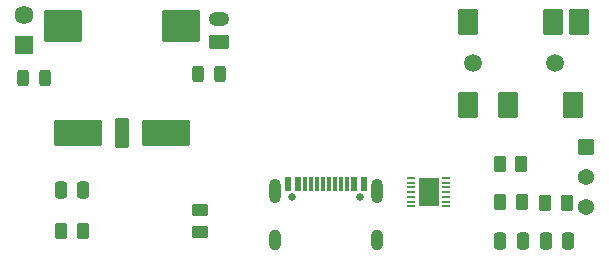
<source format=gbr>
%TF.GenerationSoftware,KiCad,Pcbnew,7.0.7*%
%TF.CreationDate,2024-01-23T19:19:35-06:00*%
%TF.ProjectId,Md-rev-1,4d642d72-6576-42d3-912e-6b696361645f,rev?*%
%TF.SameCoordinates,Original*%
%TF.FileFunction,Soldermask,Top*%
%TF.FilePolarity,Negative*%
%FSLAX46Y46*%
G04 Gerber Fmt 4.6, Leading zero omitted, Abs format (unit mm)*
G04 Created by KiCad (PCBNEW 7.0.7) date 2024-01-23 19:19:35*
%MOMM*%
%LPD*%
G01*
G04 APERTURE LIST*
G04 Aperture macros list*
%AMRoundRect*
0 Rectangle with rounded corners*
0 $1 Rounding radius*
0 $2 $3 $4 $5 $6 $7 $8 $9 X,Y pos of 4 corners*
0 Add a 4 corners polygon primitive as box body*
4,1,4,$2,$3,$4,$5,$6,$7,$8,$9,$2,$3,0*
0 Add four circle primitives for the rounded corners*
1,1,$1+$1,$2,$3*
1,1,$1+$1,$4,$5*
1,1,$1+$1,$6,$7*
1,1,$1+$1,$8,$9*
0 Add four rect primitives between the rounded corners*
20,1,$1+$1,$2,$3,$4,$5,0*
20,1,$1+$1,$4,$5,$6,$7,0*
20,1,$1+$1,$6,$7,$8,$9,0*
20,1,$1+$1,$8,$9,$2,$3,0*%
G04 Aperture macros list end*
%ADD10C,1.364000*%
%ADD11RoundRect,0.102000X-0.580000X0.580000X-0.580000X-0.580000X0.580000X-0.580000X0.580000X0.580000X0*%
%ADD12RoundRect,0.102000X-0.689000X-0.689000X0.689000X-0.689000X0.689000X0.689000X-0.689000X0.689000X0*%
%ADD13C,1.582000*%
%ADD14O,1.750000X1.200000*%
%ADD15RoundRect,0.250000X0.625000X-0.350000X0.625000X0.350000X-0.625000X0.350000X-0.625000X-0.350000X0*%
%ADD16RoundRect,0.250000X-0.250000X-0.475000X0.250000X-0.475000X0.250000X0.475000X-0.250000X0.475000X0*%
%ADD17RoundRect,0.250000X0.450000X-0.262500X0.450000X0.262500X-0.450000X0.262500X-0.450000X-0.262500X0*%
%ADD18RoundRect,0.243750X0.243750X0.456250X-0.243750X0.456250X-0.243750X-0.456250X0.243750X-0.456250X0*%
%ADD19RoundRect,0.250000X0.262500X0.450000X-0.262500X0.450000X-0.262500X-0.450000X0.262500X-0.450000X0*%
%ADD20C,1.500000*%
%ADD21RoundRect,0.102000X-0.750000X1.000000X-0.750000X-1.000000X0.750000X-1.000000X0.750000X1.000000X0*%
%ADD22RoundRect,0.250000X0.250000X0.475000X-0.250000X0.475000X-0.250000X-0.475000X0.250000X-0.475000X0*%
%ADD23R,0.700000X0.250000*%
%ADD24R,1.780000X2.350000*%
%ADD25RoundRect,0.102000X1.905000X1.015000X-1.905000X1.015000X-1.905000X-1.015000X1.905000X-1.015000X0*%
%ADD26RoundRect,0.102000X0.510000X1.145000X-0.510000X1.145000X-0.510000X-1.145000X0.510000X-1.145000X0*%
%ADD27RoundRect,0.102000X1.500000X1.250000X-1.500000X1.250000X-1.500000X-1.250000X1.500000X-1.250000X0*%
%ADD28RoundRect,0.243750X-0.243750X-0.456250X0.243750X-0.456250X0.243750X0.456250X-0.243750X0.456250X0*%
%ADD29C,0.650000*%
%ADD30R,0.600000X1.150000*%
%ADD31R,0.300000X1.150000*%
%ADD32O,1.000000X2.100000*%
%ADD33O,1.000000X1.800000*%
G04 APERTURE END LIST*
D10*
%TO.C,*%
X178960000Y-121480000D03*
%TD*%
%TO.C,*%
X178960000Y-118940000D03*
%TD*%
D11*
%TO.C,*%
X178960000Y-116400000D03*
%TD*%
D12*
%TO.C,*%
X131330000Y-107790000D03*
%TD*%
D13*
%TO.C,*%
X131330000Y-105250000D03*
%TD*%
D14*
%TO.C,*%
X147870000Y-105530000D03*
%TD*%
D15*
%TO.C,*%
X147870000Y-107530000D03*
%TD*%
D16*
%TO.C,C1*%
X134440000Y-120070000D03*
X136340000Y-120070000D03*
%TD*%
D17*
%TO.C,R4*%
X146210000Y-123572500D03*
X146210000Y-121747500D03*
%TD*%
D18*
%TO.C,D2*%
X147907500Y-110230000D03*
X146032500Y-110230000D03*
%TD*%
D19*
%TO.C,R3*%
X136302500Y-123520000D03*
X134477500Y-123520000D03*
%TD*%
D20*
%TO.C,J2*%
X176340000Y-109320000D03*
X169340000Y-109320000D03*
D21*
X168940000Y-112820000D03*
X168940000Y-105820000D03*
X172340000Y-112820000D03*
X176140000Y-105820000D03*
X178340000Y-105820000D03*
X177840000Y-112820000D03*
%TD*%
D22*
%TO.C,C5*%
X177415000Y-124370000D03*
X175515000Y-124370000D03*
%TD*%
D19*
%TO.C,R8*%
X177287500Y-121120000D03*
X175462500Y-121120000D03*
%TD*%
D23*
%TO.C,U2*%
X164120000Y-119030000D03*
X164120000Y-119430000D03*
X164120000Y-119830000D03*
X164120000Y-120230000D03*
X164120000Y-120630000D03*
X164120000Y-121030000D03*
X164120000Y-121430000D03*
X167070000Y-121430000D03*
X167070000Y-121030000D03*
X167070000Y-120630000D03*
X167070000Y-120230000D03*
X167070000Y-119830000D03*
X167070000Y-119430000D03*
X167070000Y-119030000D03*
D24*
X165595000Y-120230000D03*
%TD*%
D25*
%TO.C,S1*%
X143325000Y-115245000D03*
D26*
X139640000Y-115245000D03*
D25*
X135955000Y-115245000D03*
D27*
X144640000Y-106175000D03*
X134640000Y-106175000D03*
%TD*%
D28*
%TO.C,D1*%
X131242500Y-110560000D03*
X133117500Y-110560000D03*
%TD*%
D16*
%TO.C,C6*%
X171665000Y-124400000D03*
X173565000Y-124400000D03*
%TD*%
D29*
%TO.C,J1*%
X154020000Y-120620000D03*
X159800000Y-120620000D03*
D30*
X153710000Y-119545000D03*
X154510000Y-119545000D03*
D31*
X155660000Y-119545000D03*
X156660000Y-119545000D03*
X157160000Y-119545000D03*
X158160000Y-119545000D03*
D30*
X159310000Y-119545000D03*
X160110000Y-119545000D03*
X160110000Y-119545000D03*
X159310000Y-119545000D03*
D31*
X158660000Y-119545000D03*
X157660000Y-119545000D03*
X156160000Y-119545000D03*
X155160000Y-119545000D03*
D30*
X154510000Y-119545000D03*
X153710000Y-119545000D03*
D32*
X152590000Y-120120000D03*
D33*
X152590000Y-124300000D03*
D32*
X161230000Y-120120000D03*
D33*
X161230000Y-124300000D03*
%TD*%
D19*
%TO.C,R6*%
X173457500Y-117870000D03*
X171632500Y-117870000D03*
%TD*%
%TO.C,R7*%
X173467500Y-121100000D03*
X171642500Y-121100000D03*
%TD*%
M02*

</source>
